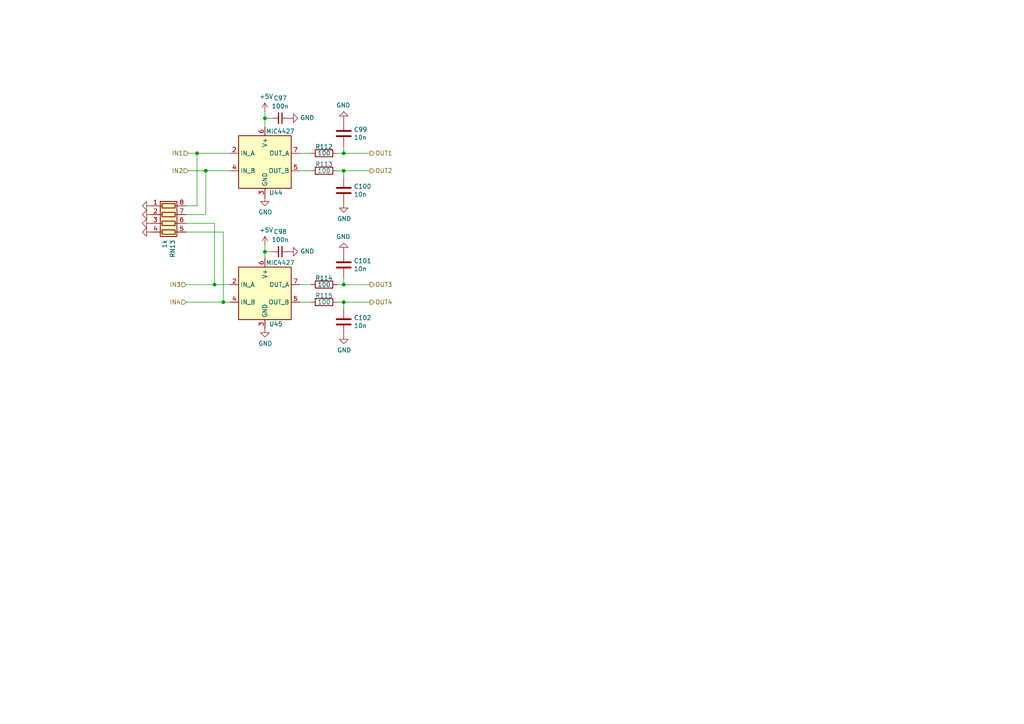
<source format=kicad_sch>
(kicad_sch (version 20211123) (generator eeschema)
  (paper "A4")
  (title_block (title "Polygonus") (date "2023-03-15") (rev "v0.7") (comment 2 "rusefi.com/s/proteus"))
  (lib_symbols
    (symbol "Device:C" (pin_numbers hide) (pin_names (offset 0.254))
      (property "Reference" "C" (at 0.635 2.54 0))
      (property "Value" "C" (at 0.635 -2.54 0))
      (symbol "C_0_1"
        (polyline (pts (xy -2.032 -0.762) (xy 2.032 -0.762)) (stroke (width 0.508)))
        (polyline (pts (xy -2.032 0.762) (xy 2.032 0.762)) (stroke (width 0.508)))
      )
      (symbol "C_1_1"
        (pin passive line (at 0 3.81 270) (length 2.794) (name "~") (number "1"))
        (pin passive line (at 0 -3.81 90) (length 2.794) (name "~") (number "2"))
      )
    )
    (symbol "Device:C_Small" (pin_numbers hide) (pin_names (offset 0.254) hide)
      (property "Reference" "C" (at 0.254 1.778 0))
      (property "Value" "C_Small" (at 0.254 -2.032 0))
      (symbol "C_Small_0_1"
        (polyline (pts (xy -1.524 -0.508) (xy 1.524 -0.508)) (stroke (width 0.3302)))
        (polyline (pts (xy -1.524 0.508) (xy 1.524 0.508)) (stroke (width 0.3048)))
      )
      (symbol "C_Small_1_1"
        (pin passive line (at 0 2.54 270) (length 2.032) (name "~") (number "1"))
        (pin passive line (at 0 -2.54 90) (length 2.032) (name "~") (number "2"))
      )
    )
    (symbol "Device:R" (pin_numbers hide) (pin_names (offset 0))
      (property "Reference" "R" (at 2.032 0 90))
      (property "Value" "R" (at 0 0 90))
      (symbol "R_0_1"
        (rectangle (start -1.016 -2.54) (end 1.016 2.54) (stroke (width 0.254)))
      )
      (symbol "R_1_1"
        (pin passive line (at 0 3.81 270) (length 1.27) (name "~") (number "1"))
        (pin passive line (at 0 -3.81 90) (length 1.27) (name "~") (number "2"))
      )
    )
    (symbol "Device:R_Pack04" (pin_names (offset 0) hide)
      (property "Reference" "RN" (at -7.62 0 90))
      (property "Value" "R_Pack04" (at 5.08 0 90))
      (symbol "R_Pack04_0_1"
        (rectangle (start -6.35 -2.413) (end 3.81 2.413) (stroke (width 0.254)) (fill (type background)))
        (rectangle (start -5.715 1.905) (end -4.445 -1.905) (stroke (width 0.254)))
        (rectangle (start -3.175 1.905) (end -1.905 -1.905) (stroke (width 0.254)))
        (rectangle (start -0.635 1.905) (end 0.635 -1.905) (stroke (width 0.254)))
        (polyline (pts (xy -5.08 -2.54) (xy -5.08 -1.905)))
        (polyline (pts (xy -5.08 1.905) (xy -5.08 2.54)))
        (polyline (pts (xy -2.54 -2.54) (xy -2.54 -1.905)))
        (polyline (pts (xy -2.54 1.905) (xy -2.54 2.54)))
        (polyline (pts (xy 0 -2.54) (xy 0 -1.905)))
        (polyline (pts (xy 0 1.905) (xy 0 2.54)))
        (polyline (pts (xy 2.54 -2.54) (xy 2.54 -1.905)))
        (polyline (pts (xy 2.54 1.905) (xy 2.54 2.54)))
        (rectangle (start 1.905 1.905) (end 3.175 -1.905) (stroke (width 0.254)))
      )
      (symbol "R_Pack04_1_1"
        (pin passive line (at -5.08 -5.08 90) (length 2.54) (name "R1.1") (number "1"))
        (pin passive line (at -2.54 -5.08 90) (length 2.54) (name "R2.1") (number "2"))
        (pin passive line (at 0 -5.08 90) (length 2.54) (name "R3.1") (number "3"))
        (pin passive line (at 2.54 -5.08 90) (length 2.54) (name "R4.1") (number "4"))
        (pin passive line (at 2.54 5.08 270) (length 2.54) (name "R4.2") (number "5"))
        (pin passive line (at 0 5.08 270) (length 2.54) (name "R3.2") (number "6"))
        (pin passive line (at -2.54 5.08 270) (length 2.54) (name "R2.2") (number "7"))
        (pin passive line (at -5.08 5.08 270) (length 2.54) (name "R1.2") (number "8"))
      )
    )
    (symbol "Driver_FET:MIC4427"
      (property "Reference" "U" (at -7.62 8.89 0))
      (property "Value" "MIC4427" (at 1.27 8.89 0))
      (symbol "MIC4427_0_1"
        (rectangle (start -7.62 -7.62) (end 7.62 7.62) (stroke (width 0.254)) (fill (type background)))
      )
      (symbol "MIC4427_1_1"
        (pin no_connect line (at -7.62 0 0) (length 2.54) hide (name "NC") (number "1"))
        (pin input line (at -10.16 2.54 0) (length 2.54) (name "IN_A") (number "2"))
        (pin power_in line (at 0 -10.16 90) (length 2.54) (name "GND") (number "3"))
        (pin input line (at -10.16 -2.54 0) (length 2.54) (name "IN_B") (number "4"))
        (pin output line (at 10.16 -2.54 180) (length 2.54) (name "OUT_B") (number "5"))
        (pin power_in line (at 0 10.16 270) (length 2.54) (name "V+") (number "6"))
        (pin output line (at 10.16 2.54 180) (length 2.54) (name "OUT_A") (number "7"))
        (pin no_connect line (at 7.62 0 180) (length 2.54) hide (name "NC") (number "8"))
      )
    )
    (symbol "power:+5V" (power) (pin_names (offset 0))
      (property "Value" "+5V" (at 0 3.556 0))
      (symbol "+5V_0_1"
        (polyline (pts (xy -0.762 1.27) (xy 0 2.54)))
        (polyline (pts (xy 0 0) (xy 0 2.54)))
        (polyline (pts (xy 0 2.54) (xy 0.762 1.27)))
      )
      (symbol "+5V_1_1"
        (pin power_in line (at 0 0 90) (length 0) hide (name "+5V") (number "1"))
      )
    )
    (symbol "power:GND" (power) (pin_names (offset 0))
      (property "Value" "GND" (at 0 -3.81 0))
      (symbol "GND_0_1"
        (polyline (pts (xy 0 0) (xy 0 -1.27) (xy 1.27 -1.27) (xy 0 -2.54) (xy -1.27 -1.27) (xy 0 -1.27)))
      )
      (symbol "GND_1_1"
        (pin power_in line (at 0 0 270) (length 0) hide (name "GND") (number "1"))
      )
    )
  )
  (junction (at 59.69 49.53))
  (junction (at 99.695 49.53))
  (junction (at 99.695 44.45))
  (junction (at 99.695 87.63))
  (junction (at 62.23 82.55))
  (junction (at 76.835 34.29))
  (junction (at 64.77 87.63))
  (junction (at 76.835 73.025))
  (junction (at 99.695 82.55))
  (junction (at 57.15 44.45))
  (wire (pts (xy 78.74 73.025) (xy 76.835 73.025)))
  (wire (pts (xy 97.79 82.55) (xy 99.695 82.55)))
  (wire (pts (xy 99.695 82.55) (xy 107.315 82.55)))
  (wire (pts (xy 99.695 49.53) (xy 107.315 49.53)))
  (wire (pts (xy 62.23 64.77) (xy 53.975 64.77)))
  (wire (pts (xy 97.79 44.45) (xy 99.695 44.45)))
  (wire (pts (xy 97.79 87.63) (xy 99.695 87.63)))
  (wire (pts (xy 59.69 49.53) (xy 66.675 49.53)))
  (wire (pts (xy 107.315 87.63) (xy 99.695 87.63)))
  (wire (pts (xy 53.975 87.63) (xy 64.77 87.63)))
  (wire (pts (xy 90.17 87.63) (xy 86.995 87.63)))
  (wire (pts (xy 99.695 51.435) (xy 99.695 49.53)))
  (wire (pts (xy 64.77 87.63) (xy 66.675 87.63)))
  (wire (pts (xy 57.15 44.45) (xy 66.675 44.45)))
  (wire (pts (xy 64.77 67.31) (xy 64.77 87.63)))
  (wire (pts (xy 57.15 44.45) (xy 57.15 59.69)))
  (wire (pts (xy 54.61 49.53) (xy 59.69 49.53)))
  (wire (pts (xy 90.17 49.53) (xy 86.995 49.53)))
  (wire (pts (xy 59.69 49.53) (xy 59.69 62.23)))
  (wire (pts (xy 99.695 44.45) (xy 99.695 42.545)))
  (wire (pts (xy 54.61 44.45) (xy 57.15 44.45)))
  (wire (pts (xy 90.17 82.55) (xy 86.995 82.55)))
  (wire (pts (xy 62.23 82.55) (xy 66.675 82.55)))
  (wire (pts (xy 53.975 82.55) (xy 62.23 82.55)))
  (wire (pts (xy 78.74 34.29) (xy 76.835 34.29)))
  (wire (pts (xy 99.695 49.53) (xy 97.79 49.53)))
  (wire (pts (xy 53.975 59.69) (xy 57.15 59.69)))
  (wire (pts (xy 99.695 82.55) (xy 99.695 80.645)))
  (wire (pts (xy 107.315 44.45) (xy 99.695 44.45)))
  (wire (pts (xy 90.17 44.45) (xy 86.995 44.45)))
  (wire (pts (xy 53.975 62.23) (xy 59.69 62.23)))
  (wire (pts (xy 76.835 32.385) (xy 76.835 34.29)))
  (wire (pts (xy 62.23 64.77) (xy 62.23 82.55)))
  (wire (pts (xy 76.835 34.29) (xy 76.835 36.83)))
  (wire (pts (xy 76.835 73.025) (xy 76.835 74.93)))
  (wire (pts (xy 99.695 87.63) (xy 99.695 89.535)))
  (wire (pts (xy 64.77 67.31) (xy 53.975 67.31)))
  (wire (pts (xy 76.835 71.12) (xy 76.835 73.025)))
  (hierarchical_label "OUT1" (shape output) (at 107.315 44.45 0))
  (hierarchical_label "OUT4" (shape output) (at 107.315 87.63 0))
  (hierarchical_label "IN3" (shape input) (at 53.975 82.55 180))
  (hierarchical_label "OUT2" (shape output) (at 107.315 49.53 0))
  (hierarchical_label "IN4" (shape input) (at 53.975 87.63 180))
  (hierarchical_label "IN2" (shape input) (at 54.61 49.53 180))
  (hierarchical_label "OUT3" (shape output) (at 107.315 82.55 0))
  (hierarchical_label "IN1" (shape input) (at 54.61 44.45 180))
  (symbol (lib_id "Driver_FET:MIC4427") (at 76.835 46.99 0)
    (property "Reference" "U44" (at 80.01 55.88 0))
    (property "Value" "MIC4427" (at 81.28 38.1 0))
    (property "Footprint" "Package_SO:MSOP-8_3x3mm_P0.65mm" (effects hide))
    (property "Datasheet" "http://ww1.microchip.com/downloads/en/DeviceDoc/mic4426.pdf" (effects hide))
    (property "PN" "TC4427EOA" (effects hide))
    (property "LCSC" "C20551" (effects hide))
    (property "LCSC_ext" "1" (effects hide))
    (property "possible_not_ext" "1" (effects hide))
  )
  (symbol (lib_id "Driver_FET:MIC4427") (at 76.835 85.09 0)
    (property "Reference" "U45" (at 80.01 93.98 0))
    (property "Value" "MIC4427" (at 81.28 76.2 0))
    (property "Footprint" "Package_SO:MSOP-8_3x3mm_P0.65mm" (effects hide))
    (property "Datasheet" "http://ww1.microchip.com/downloads/en/DeviceDoc/mic4426.pdf" (effects hide))
    (property "PN" "TC4427EOA" (effects hide))
    (property "LCSC" "C20551" (effects hide))
    (property "LCSC_ext" "1" (effects hide))
    (property "possible_not_ext" "1" (effects hide))
  )
  (symbol (lib_id "Device:C_Small") (at 81.28 73.025 270)
    (property "Reference" "C98" (at 81.28 67.2084 90))
    (property "Value" "100n" (at 81.28 69.5198 90))
    (property "Footprint" "Capacitor_SMD:C_0603_1608Metric" (effects hide))
    (property "LCSC" "C14663" (effects hide))
    (property "LCSC_ext" "0" (effects hide))
  )
  (symbol (lib_id "power:GND") (at 76.835 57.15 0)
    (property "Reference" "#PWR0280" (effects hide))
    (property "Value" "GND" (at 76.962 61.5442 0))
  )
  (symbol (lib_id "power:GND") (at 76.835 95.25 0)
    (property "Reference" "#PWR0282" (effects hide))
    (property "Value" "GND" (at 76.962 99.6442 0))
  )
  (symbol (lib_id "Device:C_Small") (at 81.28 34.29 270)
    (property "Reference" "C97" (at 81.28 28.4734 90))
    (property "Value" "100n" (at 81.28 30.7848 90))
    (property "Footprint" "Capacitor_SMD:C_0603_1608Metric" (effects hide))
    (property "LCSC" "C14663" (effects hide))
    (property "LCSC_ext" "0" (effects hide))
  )
  (symbol (lib_id "power:+5V") (at 76.835 32.385 0)
    (property "Reference" "#PWR0279" (effects hide))
    (property "Value" "+5V" (at 77.216 27.9908 0))
  )
  (symbol (lib_id "power:+5V") (at 76.835 71.12 0)
    (property "Reference" "#PWR0281" (effects hide))
    (property "Value" "+5V" (at 77.216 66.7258 0))
  )
  (symbol (lib_id "power:GND") (at 83.82 73.025 90)
    (property "Reference" "#PWR0284" (effects hide))
    (property "Value" "GND" (at 87.0712 72.898 90) (effects (justify right)))
  )
  (symbol (lib_id "power:GND") (at 83.82 34.29 90)
    (property "Reference" "#PWR0283" (effects hide))
    (property "Value" "GND" (at 87.0712 34.163 90) (effects (justify right)))
  )
  (symbol (lib_id "Device:R") (at 93.98 44.45 270)
    (property "Reference" "R112" (at 93.98 42.545 90))
    (property "Value" "100" (at 93.98 44.45 90))
    (property "Footprint" "Resistor_SMD:R_0805_2012Metric" (effects hide))
    (property "LCSC" "C17408" (effects hide))
    (property "LCSC_ext" "0" (effects hide))
  )
  (symbol (lib_id "Device:R") (at 93.98 49.53 270)
    (property "Reference" "R113" (at 93.98 47.625 90))
    (property "Value" "100" (at 93.98 49.53 90))
    (property "Footprint" "Resistor_SMD:R_0805_2012Metric" (effects hide))
    (property "LCSC" "C17408" (effects hide))
    (property "LCSC_ext" "0" (effects hide))
  )
  (symbol (lib_id "Device:R") (at 93.98 82.55 270)
    (property "Reference" "R114" (at 93.98 80.645 90))
    (property "Value" "100" (at 93.98 82.55 90))
    (property "Footprint" "Resistor_SMD:R_0805_2012Metric" (effects hide))
    (property "LCSC" "C17408" (effects hide))
    (property "LCSC_ext" "0" (effects hide))
  )
  (symbol (lib_id "Device:R") (at 93.98 87.63 270)
    (property "Reference" "R115" (at 93.98 85.725 90))
    (property "Value" "100" (at 93.98 87.63 90))
    (property "Footprint" "Resistor_SMD:R_0805_2012Metric" (effects hide))
    (property "LCSC" "C17408" (effects hide))
    (property "LCSC_ext" "0" (effects hide))
  )
  (symbol (lib_id "Device:C") (at 99.695 55.245 0)
    (property "Reference" "C100" (at 102.616 54.0766 0) (effects (justify left)))
    (property "Value" "10n" (at 102.616 56.388 0) (effects (justify left)))
    (property "Footprint" "Capacitor_SMD:C_0603_1608Metric" (effects hide))
    (property "LCSC" "C57112" (effects hide))
    (property "LCSC_ext" "0" (effects hide))
  )
  (symbol (lib_id "power:GND") (at 99.695 59.055 0)
    (property "Reference" "#PWR0286" (effects hide))
    (property "Value" "GND" (at 99.822 63.4492 0))
  )
  (symbol (lib_id "Device:C") (at 99.695 38.735 180)
    (property "Reference" "C99" (at 102.616 37.5666 0) (effects (justify right)))
    (property "Value" "10n" (at 102.616 39.878 0) (effects (justify right)))
    (property "Footprint" "Capacitor_SMD:C_0603_1608Metric" (effects hide))
    (property "LCSC" "C57112" (effects hide))
    (property "LCSC_ext" "0" (effects hide))
  )
  (symbol (lib_id "power:GND") (at 99.695 34.925 180)
    (property "Reference" "#PWR0285" (effects hide))
    (property "Value" "GND" (at 99.568 30.5308 0))
  )
  (symbol (lib_id "Device:C") (at 99.695 76.835 180)
    (property "Reference" "C101" (at 102.616 75.6666 0) (effects (justify right)))
    (property "Value" "10n" (at 102.616 77.978 0) (effects (justify right)))
    (property "Footprint" "Capacitor_SMD:C_0603_1608Metric" (effects hide))
    (property "LCSC" "C57112" (effects hide))
    (property "LCSC_ext" "0" (effects hide))
  )
  (symbol (lib_id "power:GND") (at 99.695 73.025 180)
    (property "Reference" "#PWR0287" (effects hide))
    (property "Value" "GND" (at 99.568 68.6308 0))
  )
  (symbol (lib_id "Device:C") (at 99.695 93.345 0)
    (property "Reference" "C102" (at 102.616 92.1766 0) (effects (justify left)))
    (property "Value" "10n" (at 102.616 94.488 0) (effects (justify left)))
    (property "Footprint" "Capacitor_SMD:C_0603_1608Metric" (effects hide))
    (property "LCSC" "C57112" (effects hide))
    (property "LCSC_ext" "0" (effects hide))
  )
  (symbol (lib_id "power:GND") (at 99.695 97.155 0)
    (property "Reference" "#PWR0288" (effects hide))
    (property "Value" "GND" (at 99.822 101.5492 0))
  )
  (symbol (lib_id "Device:R_Pack04") (at 48.895 64.77 270)
    (property "Reference" "RN13" (at 50.0634 69.5452 0) (effects (justify left)))
    (property "Value" "1k" (at 47.752 69.5452 0) (effects (justify left)))
    (property "Footprint" "Resistor_SMD:R_Array_Convex_4x0603" (effects hide))
    (property "LCSC" "C20197" (effects hide))
    (property "LCSC_ext" "0" (effects hide))
  )
  (symbol (lib_id "power:GND") (at 43.815 67.31 270)
    (property "Reference" "#PWR0278" (effects hide))
    (property "Value" "GND" (effects hide))
  )
  (symbol (lib_id "power:GND") (at 43.815 64.77 270)
    (property "Reference" "#PWR0277" (effects hide))
    (property "Value" "GND" (effects hide))
  )
  (symbol (lib_id "power:GND") (at 43.815 62.23 270)
    (property "Reference" "#PWR0276" (effects hide))
    (property "Value" "GND" (effects hide))
  )
  (symbol (lib_id "power:GND") (at 43.815 59.69 270)
    (property "Reference" "#PWR0275" (effects hide))
    (property "Value" "GND" (effects hide))
  )
)
</source>
